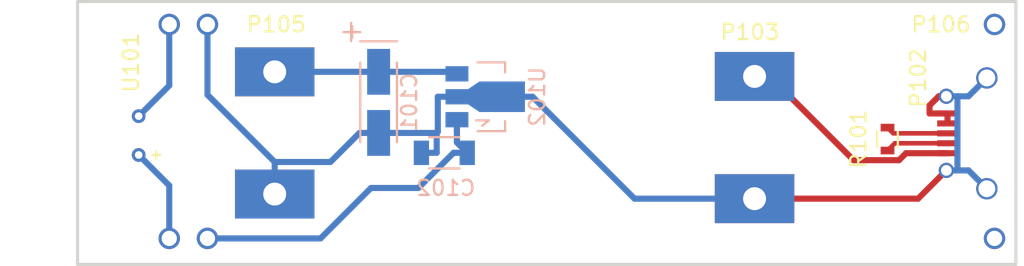
<source format=kicad_pcb>
(kicad_pcb (version 20171130) (host pcbnew "(5.1.12)-1")

  (general
    (thickness 1.6)
    (drawings 11)
    (tracks 62)
    (zones 0)
    (modules 11)
    (nets 9)
  )

  (page A4)
  (layers
    (0 F.Cu signal)
    (31 B.Cu signal)
    (32 B.Adhes user hide)
    (33 F.Adhes user hide)
    (34 B.Paste user hide)
    (35 F.Paste user hide)
    (36 B.SilkS user hide)
    (37 F.SilkS user hide)
    (38 B.Mask user hide)
    (39 F.Mask user hide)
    (40 Dwgs.User user hide)
    (41 Cmts.User user hide)
    (42 Eco1.User user hide)
    (43 Eco2.User user hide)
    (44 Edge.Cuts user)
    (45 Margin user hide)
    (46 B.CrtYd user hide)
    (47 F.CrtYd user hide)
    (48 B.Fab user hide)
    (49 F.Fab user hide)
  )

  (setup
    (last_trace_width 0.4)
    (trace_clearance 0.3)
    (zone_clearance 0.508)
    (zone_45_only no)
    (trace_min 0.2)
    (via_size 0.6)
    (via_drill 0.4)
    (via_min_size 0.4)
    (via_min_drill 0.3)
    (uvia_size 0.3)
    (uvia_drill 0.1)
    (uvias_allowed no)
    (uvia_min_size 0.2)
    (uvia_min_drill 0.1)
    (edge_width 0.2)
    (segment_width 0.2)
    (pcb_text_width 0.3)
    (pcb_text_size 1.5 1.5)
    (mod_edge_width 0.15)
    (mod_text_size 1 1)
    (mod_text_width 0.15)
    (pad_size 1.5 1.5)
    (pad_drill 0.6)
    (pad_to_mask_clearance 0)
    (aux_axis_origin 0 0)
    (visible_elements 7FFFFFFF)
    (pcbplotparams
      (layerselection 0x010f0_80000001)
      (usegerberextensions false)
      (usegerberattributes true)
      (usegerberadvancedattributes true)
      (creategerberjobfile true)
      (excludeedgelayer true)
      (linewidth 0.100000)
      (plotframeref false)
      (viasonmask false)
      (mode 1)
      (useauxorigin false)
      (hpglpennumber 1)
      (hpglpenspeed 20)
      (hpglpendiameter 15.000000)
      (psnegative false)
      (psa4output false)
      (plotreference true)
      (plotvalue true)
      (plotinvisibletext false)
      (padsonsilk false)
      (subtractmaskfromsilk false)
      (outputformat 1)
      (mirror false)
      (drillshape 0)
      (scaleselection 1)
      (outputdirectory "gerber"))
  )

  (net 0 "")
  (net 1 GND)
  (net 2 +12V)
  (net 3 "Net-(C102-Pad1)")
  (net 4 "Net-(P101-Pad1)")
  (net 5 "Net-(P101-Pad2)")
  (net 6 "Net-(P102-Pad3)")
  (net 7 "Net-(P102-Pad2)")
  (net 8 "Net-(P102-Pad1)")

  (net_class Default "This is the default net class."
    (clearance 0.3)
    (trace_width 0.4)
    (via_dia 0.6)
    (via_drill 0.4)
    (uvia_dia 0.3)
    (uvia_drill 0.1)
    (add_net +12V)
    (add_net GND)
    (add_net "Net-(C102-Pad1)")
    (add_net "Net-(P101-Pad1)")
    (add_net "Net-(P101-Pad2)")
  )

  (net_class USB ""
    (clearance 0.18)
    (trace_width 0.3)
    (via_dia 0.6)
    (via_drill 0.4)
    (uvia_dia 0.3)
    (uvia_drill 0.1)
    (add_net "Net-(P102-Pad2)")
    (add_net "Net-(P102-Pad3)")
  )

  (net_class "USB power" ""
    (clearance 0.18)
    (trace_width 0.4)
    (via_dia 0.6)
    (via_drill 0.4)
    (uvia_dia 0.3)
    (uvia_drill 0.1)
    (add_net "Net-(P102-Pad1)")
  )

  (module Capacitors_Tantalum_SMD:TantalC_SizeA_EIA-3216_HandSoldering (layer B.Cu) (tedit 0) (tstamp 5896404A)
    (at 108.7 115.6 270)
    (descr "Tantal Cap. , Size A, EIA-3216, Hand Soldering,")
    (tags "Tantal Cap. , Size A, EIA-3216, Hand Soldering,")
    (path /58961245)
    (attr smd)
    (fp_text reference C101 (at 0.00102 -2 270) (layer B.SilkS)
      (effects (font (size 1 1) (thickness 0.15)) (justify mirror))
    )
    (fp_text value 10u (at -0.09906 -3.0988 270) (layer B.Fab)
      (effects (font (size 1 1) (thickness 0.15)) (justify mirror))
    )
    (fp_line (start -3.99542 1.19888) (end -3.99542 -1.19888) (layer B.SilkS) (width 0.15))
    (fp_line (start -5.19938 1.79832) (end -4.0005 1.79832) (layer B.SilkS) (width 0.15))
    (fp_line (start -4.59994 2.2987) (end -4.59994 1.19888) (layer B.SilkS) (width 0.15))
    (fp_line (start 2.60096 1.19888) (end -2.60096 1.19888) (layer B.SilkS) (width 0.15))
    (fp_line (start -2.60096 -1.19888) (end 2.60096 -1.19888) (layer B.SilkS) (width 0.15))
    (fp_text user + (at -4.59994 1.80086 270) (layer B.SilkS)
      (effects (font (size 1 1) (thickness 0.15)) (justify mirror))
    )
    (pad 2 smd rect (at 1.99898 0 270) (size 2.99974 1.50114) (layers B.Cu B.Paste B.Mask)
      (net 1 GND))
    (pad 1 smd rect (at -1.99898 0 270) (size 2.99974 1.50114) (layers B.Cu B.Paste B.Mask)
      (net 2 +12V))
    (model Capacitors_Tantalum_SMD.3dshapes/TantalC_SizeA_EIA-3216_HandSoldering.wrl
      (at (xyz 0 0 0))
      (scale (xyz 1 1 1))
      (rotate (xyz 0 0 180))
    )
  )

  (module Capacitors_SMD:C_1206 (layer B.Cu) (tedit 5415D7BD) (tstamp 58964056)
    (at 113 118.9 180)
    (descr "Capacitor SMD 1206, reflow soldering, AVX (see smccp.pdf)")
    (tags "capacitor 1206")
    (path /589611E9)
    (attr smd)
    (fp_text reference C102 (at -0.1 -2.3 180) (layer B.SilkS)
      (effects (font (size 1 1) (thickness 0.15)) (justify mirror))
    )
    (fp_text value 100n (at 0 -2.3 180) (layer B.Fab)
      (effects (font (size 1 1) (thickness 0.15)) (justify mirror))
    )
    (fp_line (start -1 -1.025) (end 1 -1.025) (layer B.SilkS) (width 0.15))
    (fp_line (start 1 1.025) (end -1 1.025) (layer B.SilkS) (width 0.15))
    (fp_line (start 2.3 1.15) (end 2.3 -1.15) (layer B.CrtYd) (width 0.05))
    (fp_line (start -2.3 1.15) (end -2.3 -1.15) (layer B.CrtYd) (width 0.05))
    (fp_line (start -2.3 -1.15) (end 2.3 -1.15) (layer B.CrtYd) (width 0.05))
    (fp_line (start -2.3 1.15) (end 2.3 1.15) (layer B.CrtYd) (width 0.05))
    (pad 1 smd rect (at -1.5 0 180) (size 1 1.6) (layers B.Cu B.Paste B.Mask)
      (net 3 "Net-(C102-Pad1)"))
    (pad 2 smd rect (at 1.5 0 180) (size 1 1.6) (layers B.Cu B.Paste B.Mask)
      (net 1 GND))
    (model Capacitors_SMD.3dshapes/C_1206.wrl
      (at (xyz 0 0 0))
      (scale (xyz 1 1 1))
      (rotate (xyz 0 0 0))
    )
  )

  (module BOARD-CONNECT:BOARD-CONNECT (layer F.Cu) (tedit 589F082D) (tstamp 5896405C)
    (at 95 125 180)
    (path /5895D3A8)
    (fp_text reference P101 (at 3 0.5 180) (layer F.SilkS) hide
      (effects (font (size 1 1) (thickness 0.15)))
    )
    (fp_text value CONN_01X02 (at 6.35 -3.5 180) (layer F.Fab)
      (effects (font (size 1 1) (thickness 0.15)))
    )
    (pad 1 thru_hole circle (at 0 0.5 180) (size 1.4 1.4) (drill 1) (layers *.Cu *.Mask)
      (net 4 "Net-(P101-Pad1)"))
    (pad 2 thru_hole circle (at 0 14.5 180) (size 1.4 1.4) (drill 1) (layers *.Cu *.Mask)
      (net 5 "Net-(P101-Pad2)"))
  )

  (module USB-MICRO-B:USB-MICRO-B (layer F.Cu) (tedit 5895E7D2) (tstamp 5896406E)
    (at 148.5 114 270)
    (path /5895D2E6)
    (fp_text reference P102 (at 0 4.5 270) (layer F.SilkS)
      (effects (font (size 1 1) (thickness 0.15)))
    )
    (fp_text value USB_OTG (at 5.35 5.8 270) (layer F.Fab)
      (effects (font (size 1 1) (thickness 0.15)))
    )
    (fp_line (start 0 -2.37) (end 7.25 -2.37) (layer F.CrtYd) (width 0.15))
    (fp_line (start 0 -2.1) (end 7.25 -2.1) (layer F.CrtYd) (width 0.15))
    (fp_line (start 0 3.25) (end 7.25 3.25) (layer F.CrtYd) (width 0.15))
    (fp_line (start 7.25 3.25) (end 7.25 -2.35) (layer F.CrtYd) (width 0.15))
    (fp_line (start 0 3.25) (end 0 -2.35) (layer F.CrtYd) (width 0.15))
    (pad 6 thru_hole circle (at 0 0 270) (size 1.4 1.4) (drill 1.1) (layers *.Cu *.Mask)
      (net 1 GND))
    (pad 6 thru_hole circle (at 7.25 0 270) (size 1.4 1.4) (drill 1.1) (layers *.Cu *.Mask)
      (net 1 GND))
    (pad 6 thru_hole circle (at 6.05 2.65 270) (size 1 1) (drill 0.7) (layers *.Cu *.Mask)
      (net 1 GND))
    (pad 6 thru_hole circle (at 1.2 2.65 270) (size 1 1) (drill 0.7) (layers *.Cu *.Mask)
      (net 1 GND))
    (pad 5 smd rect (at 2.325 2.575 270) (size 0.4 1.35) (layers F.Cu F.Paste F.Mask)
      (net 1 GND))
    (pad 4 smd rect (at 2.975 2.575 270) (size 0.4 1.35) (layers F.Cu F.Paste F.Mask)
      (net 1 GND))
    (pad 3 smd rect (at 3.625 2.575 270) (size 0.4 1.35) (layers F.Cu F.Paste F.Mask)
      (net 6 "Net-(P102-Pad3)"))
    (pad 2 smd rect (at 4.275 2.575 270) (size 0.4 1.35) (layers F.Cu F.Paste F.Mask)
      (net 7 "Net-(P102-Pad2)"))
    (pad 1 smd rect (at 4.925 2.575 270) (size 0.4 1.35) (layers F.Cu F.Paste F.Mask)
      (net 8 "Net-(P102-Pad1)"))
  )

  (module BOARD-CONNECT:BOARD-CONNECT-DCDC (layer F.Cu) (tedit 58963D88) (tstamp 58964074)
    (at 133.3 113.9)
    (path /5895D778)
    (fp_text reference P103 (at -0.3 -2.9) (layer F.SilkS)
      (effects (font (size 1 1) (thickness 0.15)))
    )
    (fp_text value CONN_01X02 (at 6.35 -4) (layer F.Fab)
      (effects (font (size 1 1) (thickness 0.15)))
    )
    (pad 1 thru_hole rect (at 0 0) (size 5.2 3.2) (drill 1.5) (layers *.Cu *.Mask)
      (net 8 "Net-(P102-Pad1)"))
    (pad 2 thru_hole rect (at 0 8) (size 5.2 3.2) (drill 1.5) (layers *.Cu *.Mask)
      (net 1 GND))
  )

  (module BOARD-CONNECT:BOARD-CONNECT (layer F.Cu) (tedit 589F0829) (tstamp 5896407A)
    (at 97.5 125 180)
    (path /5895D8E4)
    (fp_text reference P104 (at 0.05 3.35 270) (layer F.SilkS) hide
      (effects (font (size 1 1) (thickness 0.15)))
    )
    (fp_text value CONN_01X02 (at 6.35 -3.5 180) (layer F.Fab)
      (effects (font (size 1 1) (thickness 0.15)))
    )
    (pad 1 thru_hole circle (at 0 0.5 180) (size 1.4 1.4) (drill 1) (layers *.Cu *.Mask)
      (net 3 "Net-(C102-Pad1)"))
    (pad 2 thru_hole circle (at 0 14.5 180) (size 1.4 1.4) (drill 1) (layers *.Cu *.Mask)
      (net 1 GND))
  )

  (module BOARD-CONNECT:BOARD-CONNECT-DCDC (layer F.Cu) (tedit 58963D88) (tstamp 58964080)
    (at 101.9 113.6)
    (path /5895D7E1)
    (fp_text reference P105 (at 0.1 -3.1) (layer F.SilkS)
      (effects (font (size 1 1) (thickness 0.15)))
    )
    (fp_text value CONN_01X02 (at 6.35 -4) (layer F.Fab)
      (effects (font (size 1 1) (thickness 0.15)))
    )
    (pad 1 thru_hole rect (at 0 0) (size 5.2 3.2) (drill 1.5) (layers *.Cu *.Mask)
      (net 2 +12V))
    (pad 2 thru_hole rect (at 0 8) (size 5.2 3.2) (drill 1.5) (layers *.Cu *.Mask)
      (net 1 GND))
  )

  (module BOARD-CONNECT:BOARD-CONNECT (layer F.Cu) (tedit 5895F662) (tstamp 58964086)
    (at 149 110)
    (path /5895D927)
    (fp_text reference P106 (at -3.5 0.5) (layer F.SilkS)
      (effects (font (size 1 1) (thickness 0.15)))
    )
    (fp_text value CONN_01X02 (at 6.35 -3.5) (layer F.Fab)
      (effects (font (size 1 1) (thickness 0.15)))
    )
    (pad 1 thru_hole circle (at 0 0.5) (size 1.4 1.4) (drill 1) (layers *.Cu *.Mask))
    (pad 2 thru_hole circle (at 0 14.5) (size 1.4 1.4) (drill 1) (layers *.Cu *.Mask))
  )

  (module Resistors_SMD:R_0603 (layer F.Cu) (tedit 5415CC62) (tstamp 58964092)
    (at 142 118 90)
    (descr "Resistor SMD 0603, reflow soldering, Vishay (see dcrcw.pdf)")
    (tags "resistor 0603")
    (path /5895E8E1)
    (attr smd)
    (fp_text reference R101 (at 0 -1.9 90) (layer F.SilkS)
      (effects (font (size 1 1) (thickness 0.15)))
    )
    (fp_text value 0 (at 0 1.9 90) (layer F.Fab)
      (effects (font (size 1 1) (thickness 0.15)))
    )
    (fp_line (start -0.5 -0.675) (end 0.5 -0.675) (layer F.SilkS) (width 0.15))
    (fp_line (start 0.5 0.675) (end -0.5 0.675) (layer F.SilkS) (width 0.15))
    (fp_line (start 1.3 -0.8) (end 1.3 0.8) (layer F.CrtYd) (width 0.05))
    (fp_line (start -1.3 -0.8) (end -1.3 0.8) (layer F.CrtYd) (width 0.05))
    (fp_line (start -1.3 0.8) (end 1.3 0.8) (layer F.CrtYd) (width 0.05))
    (fp_line (start -1.3 -0.8) (end 1.3 -0.8) (layer F.CrtYd) (width 0.05))
    (pad 1 smd rect (at -0.75 0 90) (size 0.5 0.9) (layers F.Cu F.Paste F.Mask)
      (net 7 "Net-(P102-Pad2)"))
    (pad 2 smd rect (at 0.75 0 90) (size 0.5 0.9) (layers F.Cu F.Paste F.Mask)
      (net 6 "Net-(P102-Pad3)"))
    (model Resistors_SMD.3dshapes/R_0603.wrl
      (at (xyz 0 0 0))
      (scale (xyz 1 1 1))
      (rotate (xyz 0 0 0))
    )
  )

  (module CMIC:CMIC (layer F.Cu) (tedit 5895F93A) (tstamp 589640A0)
    (at 93 122.52 90)
    (path /5895D30D)
    (fp_text reference U101 (at 9.52 -0.5 90) (layer F.SilkS)
      (effects (font (size 1 1) (thickness 0.15)))
    )
    (fp_text value CMIC (at 1.75 4 90) (layer F.Fab)
      (effects (font (size 1 1) (thickness 0.15)))
    )
    (fp_line (start 3.23 1.15) (end 3.73 1.15) (layer F.SilkS) (width 0.15))
    (fp_line (start 3.48 1.4) (end 3.48 0.9) (layer F.SilkS) (width 0.15))
    (fp_line (start 0 -2) (end 0 -9) (layer F.CrtYd) (width 0.15))
    (fp_line (start 0 -9) (end 9.5 -9) (layer F.CrtYd) (width 0.15))
    (fp_line (start 9.5 -9) (end 9.5 -2) (layer F.CrtYd) (width 0.15))
    (fp_line (start 9.5 -2) (end 0 -2) (layer F.CrtYd) (width 0.15))
    (fp_line (start 3.5 -2) (end 3.5 -1) (layer F.CrtYd) (width 0.15))
    (fp_line (start 6 -2) (end 6 -1) (layer F.CrtYd) (width 0.15))
    (pad 2 thru_hole circle (at 6.02 0 90) (size 0.9 0.9) (drill 0.5) (layers *.Cu *.Mask)
      (net 5 "Net-(P101-Pad2)"))
    (pad 1 thru_hole circle (at 3.48 0 90) (size 0.9 0.9) (drill 0.5) (layers *.Cu *.Mask)
      (net 4 "Net-(P101-Pad1)"))
  )

  (module TO_SOT_Packages_SMD:SOT89-3_Housing (layer B.Cu) (tedit 0) (tstamp 589640B0)
    (at 115.676 115.231 90)
    (descr "SOT89-3, Housing,")
    (tags "SOT89-3, Housing,")
    (path /589610D7)
    (attr smd)
    (fp_text reference U102 (at 0 3.40018 90) (layer B.SilkS)
      (effects (font (size 1 1) (thickness 0.15)) (justify mirror))
    )
    (fp_text value 78L09 (at -0.20066 -4.59994 90) (layer B.Fab)
      (effects (font (size 1 1) (thickness 0.15)) (justify mirror))
    )
    (fp_line (start 2.25044 1.30048) (end 1.6002 1.30048) (layer B.SilkS) (width 0.15))
    (fp_line (start 2.25044 1.30048) (end 2.25044 -0.50038) (layer B.SilkS) (width 0.15))
    (fp_line (start -2.25044 1.30048) (end -1.6002 1.30048) (layer B.SilkS) (width 0.15))
    (fp_line (start -2.25044 1.30048) (end -2.25044 -0.50038) (layer B.SilkS) (width 0.15))
    (fp_line (start -1.5494 0.24892) (end -1.5494 -0.59944) (layer B.SilkS) (width 0.15))
    (fp_line (start -1.651 0.09906) (end -1.5494 0.24892) (layer B.SilkS) (width 0.15))
    (fp_line (start -1.89992 -0.20066) (end -1.651 0.09906) (layer B.SilkS) (width 0.15))
    (pad 1 smd rect (at -1.50114 -1.85166 90) (size 1.00076 1.50114) (layers B.Cu B.Paste B.Mask)
      (net 3 "Net-(C102-Pad1)"))
    (pad 2 smd rect (at 0 -1.85166 90) (size 1.00076 1.50114) (layers B.Cu B.Paste B.Mask)
      (net 1 GND))
    (pad 3 smd rect (at 1.50114 -1.85166 90) (size 1.00076 1.50114) (layers B.Cu B.Paste B.Mask)
      (net 2 +12V))
    (pad 2 smd rect (at 0 1.09982 90) (size 1.99898 2.99974) (layers B.Cu B.Paste B.Mask)
      (net 1 GND))
    (pad 2 smd trapezoid (at 0 -0.7493 270) (size 1.50114 0.7493) (rect_delta 0 -0.50038 ) (layers B.Cu B.Paste B.Mask)
      (net 1 GND))
    (model TO_SOT_Packages_SMD.3dshapes/SOT89-3_Housing.wrl
      (at (xyz 0 0 0))
      (scale (xyz 0.3937 0.3937 0.3937))
      (rotate (xyz 0 0 0))
    )
  )

  (dimension 17.2 (width 0.3) (layer Dwgs.User)
    (gr_text "17,200 mm" (at 167.25 117.6 90) (layer Dwgs.User)
      (effects (font (size 1.5 1.5) (thickness 0.3)))
    )
    (feature1 (pts (xy 150.4 109) (xy 168.6 109)))
    (feature2 (pts (xy 150.4 126.2) (xy 168.6 126.2)))
    (crossbar (pts (xy 165.9 126.2) (xy 165.9 109)))
    (arrow1a (pts (xy 165.9 109) (xy 166.486421 110.126504)))
    (arrow1b (pts (xy 165.9 109) (xy 165.313579 110.126504)))
    (arrow2a (pts (xy 165.9 126.2) (xy 166.486421 125.073496)))
    (arrow2b (pts (xy 165.9 126.2) (xy 165.313579 125.073496)))
  )
  (dimension 10 (width 0.2) (layer Dwgs.User) (tstamp 589717BE)
    (gr_text "10 mm" (at 94 101) (layer Dwgs.User) (tstamp 589717BE)
      (effects (font (size 1 1) (thickness 0.2)))
    )
    (feature1 (pts (xy 99 109) (xy 99 100.1)))
    (feature2 (pts (xy 89 109) (xy 89 100.1)))
    (crossbar (pts (xy 89 101.9) (xy 99 101.9)))
    (arrow1a (pts (xy 99 101.9) (xy 97.873496 102.486421)))
    (arrow1b (pts (xy 99 101.9) (xy 97.873496 101.313579)))
    (arrow2a (pts (xy 89 101.9) (xy 90.126504 102.486421)))
    (arrow2b (pts (xy 89 101.9) (xy 90.126504 101.313579)))
  )
  (dimension 14.2 (width 0.2) (layer Dwgs.User)
    (gr_text "14,200 mm" (at 143.3 100.55) (layer Dwgs.User)
      (effects (font (size 1 1) (thickness 0.2)))
    )
    (feature1 (pts (xy 150.4 109) (xy 150.4 99.2)))
    (feature2 (pts (xy 136.2 109) (xy 136.2 99.2)))
    (crossbar (pts (xy 136.2 101.9) (xy 150.4 101.9)))
    (arrow1a (pts (xy 150.4 101.9) (xy 149.273496 102.486421)))
    (arrow1b (pts (xy 150.4 101.9) (xy 149.273496 101.313579)))
    (arrow2a (pts (xy 136.2 101.9) (xy 137.326504 102.486421)))
    (arrow2b (pts (xy 136.2 101.9) (xy 137.326504 101.313579)))
  )
  (dimension 37.2 (width 0.3) (layer Dwgs.User)
    (gr_text "37,200 mm" (at 117.6 94.75) (layer Dwgs.User)
      (effects (font (size 1.5 1.5) (thickness 0.3)))
    )
    (feature1 (pts (xy 136.2 109) (xy 136.2 93.4)))
    (feature2 (pts (xy 99 109) (xy 99 93.4)))
    (crossbar (pts (xy 99 96.1) (xy 136.2 96.1)))
    (arrow1a (pts (xy 136.2 96.1) (xy 135.073496 96.686421)))
    (arrow1b (pts (xy 136.2 96.1) (xy 135.073496 95.513579)))
    (arrow2a (pts (xy 99 96.1) (xy 100.126504 96.686421)))
    (arrow2b (pts (xy 99 96.1) (xy 100.126504 95.513579)))
  )
  (dimension 61.4 (width 0.3) (layer Dwgs.User)
    (gr_text "61,400 mm" (at 119.7 88.35) (layer Dwgs.User)
      (effects (font (size 1.5 1.5) (thickness 0.3)))
    )
    (feature1 (pts (xy 150.4 109) (xy 150.4 87)))
    (feature2 (pts (xy 89 109) (xy 89 87)))
    (crossbar (pts (xy 89 89.7) (xy 150.4 89.7)))
    (arrow1a (pts (xy 150.4 89.7) (xy 149.273496 90.286421)))
    (arrow1b (pts (xy 150.4 89.7) (xy 149.273496 89.113579)))
    (arrow2a (pts (xy 89 89.7) (xy 90.126504 90.286421)))
    (arrow2b (pts (xy 89 89.7) (xy 90.126504 89.113579)))
  )
  (gr_line (start 136.2 126.2) (end 136.2 109) (layer Dwgs.User) (width 0.2) (tstamp 58971748))
  (gr_line (start 99 109) (end 99 126.2) (layer Dwgs.User) (width 0.2) (tstamp 58971720))
  (gr_line (start 150.4 109) (end 89 109) (layer Edge.Cuts) (width 0.2))
  (gr_line (start 150.4 126.2) (end 150.4 109) (layer Edge.Cuts) (width 0.2))
  (gr_line (start 89 126.2) (end 150.4 126.2) (layer Edge.Cuts) (width 0.2))
  (gr_line (start 89 109) (end 89 126.2) (layer Edge.Cuts) (width 0.2))

  (segment (start 145.925 116.325) (end 144.7499 116.325) (width 0.4) (layer F.Cu) (net 1))
  (segment (start 116.7758 115.231) (end 118.7758 115.231) (width 0.4) (layer B.Cu) (net 1))
  (segment (start 118.7758 115.231) (end 125.4448 121.9) (width 0.4) (layer B.Cu) (net 1))
  (segment (start 125.4448 121.9) (end 133.3 121.9) (width 0.4) (layer B.Cu) (net 1))
  (segment (start 116.7758 115.231) (end 114.9267 115.231) (width 0.4) (layer B.Cu) (net 1))
  (segment (start 112.5001 117.599) (end 112.5001 118.9) (width 0.4) (layer B.Cu) (net 1))
  (segment (start 112.5736 115.231) (end 112.5736 117.5255) (width 0.4) (layer B.Cu) (net 1))
  (segment (start 112.5736 117.5255) (end 112.5001 117.599) (width 0.4) (layer B.Cu) (net 1))
  (segment (start 112.5001 117.599) (end 109.9507 117.599) (width 0.4) (layer B.Cu) (net 1))
  (segment (start 108.7 117.599) (end 109.9507 117.599) (width 0.4) (layer B.Cu) (net 1))
  (segment (start 97.5 110.5) (end 97.5 115.0999) (width 0.4) (layer B.Cu) (net 1))
  (segment (start 97.5 115.0999) (end 101.9 119.4999) (width 0.4) (layer B.Cu) (net 1))
  (segment (start 145.85 115.2) (end 145.3498 115.2) (width 0.4) (layer F.Cu) (net 1))
  (segment (start 145.3498 115.2) (end 144.7499 115.7999) (width 0.4) (layer F.Cu) (net 1))
  (segment (start 144.7499 115.7999) (end 144.7499 116.325) (width 0.4) (layer F.Cu) (net 1))
  (segment (start 146.575 115.2) (end 147.3 115.2) (width 0.4) (layer B.Cu) (net 1))
  (segment (start 147.3 115.2) (end 148.5 114) (width 0.4) (layer B.Cu) (net 1))
  (segment (start 145.85 115.2) (end 146.575 115.2) (width 0.4) (layer B.Cu) (net 1))
  (segment (start 146.575 120.05) (end 147.3 120.05) (width 0.4) (layer B.Cu) (net 1))
  (segment (start 147.3 120.05) (end 148.5 121.25) (width 0.4) (layer B.Cu) (net 1))
  (segment (start 145.85 120.05) (end 146.575 120.05) (width 0.4) (layer B.Cu) (net 1))
  (segment (start 146.575 120.05) (end 146.575 115.2) (width 0.4) (layer B.Cu) (net 1))
  (segment (start 133.3 121.9) (end 144 121.9) (width 0.4) (layer F.Cu) (net 1))
  (segment (start 144 121.9) (end 145.85 120.05) (width 0.4) (layer F.Cu) (net 1))
  (segment (start 108.7 117.599) (end 107.4493 117.599) (width 0.4) (layer B.Cu) (net 1))
  (segment (start 101.9 121.6) (end 101.9 119.4999) (width 0.4) (layer B.Cu) (net 1))
  (segment (start 101.9 119.4999) (end 105.5484 119.4999) (width 0.4) (layer B.Cu) (net 1))
  (segment (start 105.5484 119.4999) (end 107.4493 117.599) (width 0.4) (layer B.Cu) (net 1))
  (segment (start 111.5 118.9) (end 112.5001 118.9) (width 0.4) (layer B.Cu) (net 1))
  (segment (start 113.8243 115.231) (end 112.5736 115.231) (width 0.4) (layer B.Cu) (net 1))
  (segment (start 114.9267 115.231) (end 113.8243 115.231) (width 0.4) (layer B.Cu) (net 1))
  (segment (start 145.925 116.325) (end 145.925 116.924999) (width 0.4) (layer F.Cu) (net 1))
  (segment (start 113.7595 113.6655) (end 113.7599 113.6655) (width 0.4) (layer B.Cu) (net 2))
  (segment (start 113.7599 113.6655) (end 113.8243 113.7299) (width 0.4) (layer B.Cu) (net 2))
  (segment (start 113.7595 113.6655) (end 113.824 113.73) (width 0.4) (layer B.Cu) (net 2))
  (segment (start 108.7 113.601) (end 113.695 113.601) (width 0.4) (layer B.Cu) (net 2))
  (segment (start 113.695 113.601) (end 113.7595 113.6655) (width 0.4) (layer B.Cu) (net 2))
  (segment (start 101.9 113.6) (end 108.699 113.6) (width 0.4) (layer B.Cu) (net 2))
  (segment (start 108.699 113.6) (end 108.7 113.601) (width 0.4) (layer B.Cu) (net 2))
  (segment (start 113.824 117.4785) (end 113.8243 117.4782) (width 0.4) (layer B.Cu) (net 3))
  (segment (start 113.8243 117.4782) (end 113.8243 116.7321) (width 0.4) (layer B.Cu) (net 3))
  (segment (start 113.824 117.4785) (end 113.824 118.224) (width 0.4) (layer B.Cu) (net 3))
  (segment (start 113.824 118.224) (end 114.5 118.9) (width 0.4) (layer B.Cu) (net 3))
  (segment (start 113.824 116.733) (end 113.824 117.4785) (width 0.4) (layer B.Cu) (net 3))
  (segment (start 114.5 118.9) (end 113.6 118.9) (width 0.4) (layer B.Cu) (net 3))
  (segment (start 113.6 118.9) (end 111.3 121.2) (width 0.4) (layer B.Cu) (net 3))
  (segment (start 111.3 121.2) (end 108.2 121.2) (width 0.4) (layer B.Cu) (net 3))
  (segment (start 108.2 121.2) (end 104.9 124.5) (width 0.4) (layer B.Cu) (net 3))
  (segment (start 104.9 124.5) (end 97.5 124.5) (width 0.4) (layer B.Cu) (net 3))
  (segment (start 95 124.5) (end 95 121.04) (width 0.4) (layer B.Cu) (net 4))
  (segment (start 95 121.04) (end 93 119.04) (width 0.4) (layer B.Cu) (net 4))
  (segment (start 95 110.5) (end 95 114.5) (width 0.4) (layer B.Cu) (net 5))
  (segment (start 95 114.5) (end 93 116.5) (width 0.4) (layer B.Cu) (net 5))
  (segment (start 145.925 117.625) (end 142.375 117.625) (width 0.3) (layer F.Cu) (net 6))
  (segment (start 142.375 117.625) (end 142 117.25) (width 0.3) (layer F.Cu) (net 6))
  (segment (start 145.925 118.275) (end 142.475 118.275) (width 0.3) (layer F.Cu) (net 7))
  (segment (start 142.475 118.275) (end 142 118.75) (width 0.3) (layer F.Cu) (net 7))
  (segment (start 145.925 118.925) (end 143.209 118.925) (width 0.4) (layer F.Cu) (net 8))
  (segment (start 143.209 118.925) (end 142.754 119.38) (width 0.4) (layer F.Cu) (net 8))
  (segment (start 142.754 119.38) (end 139.78 119.38) (width 0.4) (layer F.Cu) (net 8))
  (segment (start 139.78 119.38) (end 134.3 113.9) (width 0.4) (layer F.Cu) (net 8))
  (segment (start 134.3 113.9) (end 133.3 113.9) (width 0.4) (layer F.Cu) (net 8))

)

</source>
